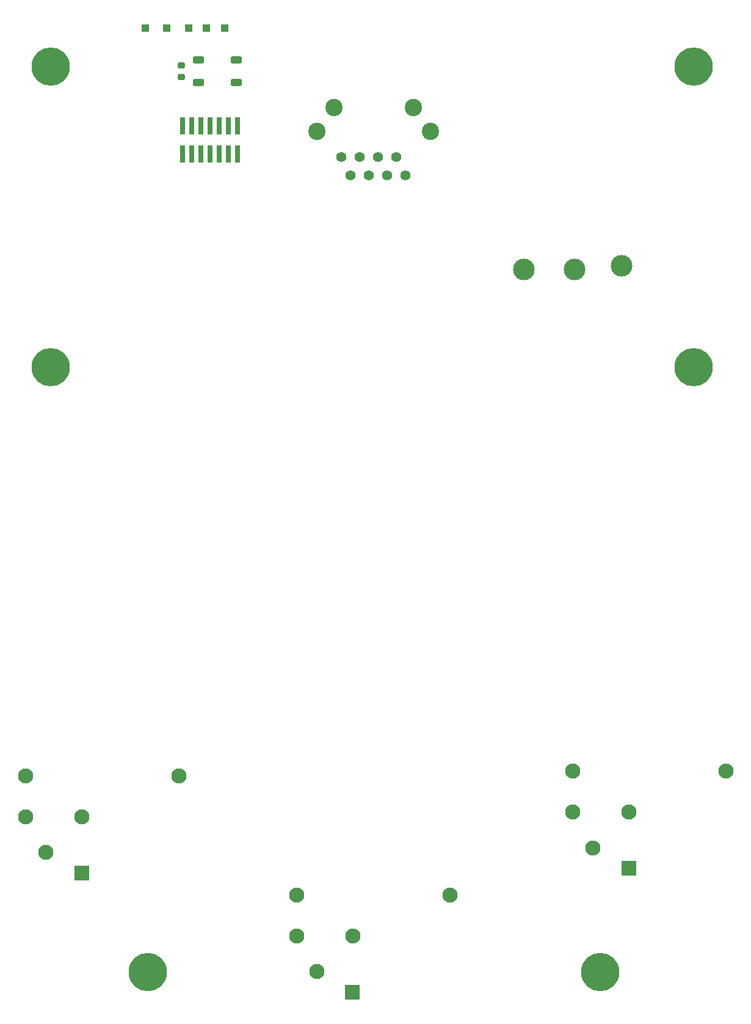
<source format=gbr>
%TF.GenerationSoftware,KiCad,Pcbnew,9.0.7*%
%TF.CreationDate,2026-02-10T03:54:41-08:00*%
%TF.ProjectId,steering_wheel,73746565-7269-46e6-975f-776865656c2e,rev?*%
%TF.SameCoordinates,Original*%
%TF.FileFunction,Soldermask,Bot*%
%TF.FilePolarity,Negative*%
%FSLAX46Y46*%
G04 Gerber Fmt 4.6, Leading zero omitted, Abs format (unit mm)*
G04 Created by KiCad (PCBNEW 9.0.7) date 2026-02-10 03:54:41*
%MOMM*%
%LPD*%
G01*
G04 APERTURE LIST*
G04 Aperture macros list*
%AMRoundRect*
0 Rectangle with rounded corners*
0 $1 Rounding radius*
0 $2 $3 $4 $5 $6 $7 $8 $9 X,Y pos of 4 corners*
0 Add a 4 corners polygon primitive as box body*
4,1,4,$2,$3,$4,$5,$6,$7,$8,$9,$2,$3,0*
0 Add four circle primitives for the rounded corners*
1,1,$1+$1,$2,$3*
1,1,$1+$1,$4,$5*
1,1,$1+$1,$6,$7*
1,1,$1+$1,$8,$9*
0 Add four rect primitives between the rounded corners*
20,1,$1+$1,$2,$3,$4,$5,0*
20,1,$1+$1,$4,$5,$6,$7,0*
20,1,$1+$1,$6,$7,$8,$9,0*
20,1,$1+$1,$8,$9,$2,$3,0*%
G04 Aperture macros list end*
%ADD10C,5.300000*%
%ADD11R,2.100000X2.100000*%
%ADD12C,2.100000*%
%ADD13C,3.000000*%
%ADD14R,1.000000X1.000000*%
%ADD15RoundRect,0.250000X0.525000X0.250000X-0.525000X0.250000X-0.525000X-0.250000X0.525000X-0.250000X0*%
%ADD16RoundRect,0.225000X-0.250000X0.225000X-0.250000X-0.225000X0.250000X-0.225000X0.250000X0.225000X0*%
%ADD17R,0.740000X2.400000*%
%ADD18C,1.400000*%
%ADD19C,2.400000*%
G04 APERTURE END LIST*
D10*
%TO.C,REF\u002A\u002A*%
X7874000Y-34036000D03*
%TD*%
D11*
%TO.C,S1*%
X88028000Y-103472000D03*
D12*
X83097000Y-100625000D03*
X80250000Y-95694000D03*
X80250000Y-90000000D03*
X88047000Y-95675000D03*
X101500000Y-90000000D03*
%TD*%
D10*
%TO.C,REF\u002A\u002A*%
X7874000Y7620000D03*
%TD*%
%TO.C,REF\u002A\u002A*%
X21336000Y-117856000D03*
%TD*%
D11*
%TO.C,S2*%
X49731000Y-120607000D03*
D12*
X44800000Y-117760000D03*
X41953000Y-112829000D03*
X41953000Y-107135000D03*
X49750000Y-112810000D03*
X63203000Y-107135000D03*
%TD*%
D10*
%TO.C,REF\u002A\u002A*%
X84074000Y-117856000D03*
%TD*%
D11*
%TO.C,S3*%
X12153000Y-104125000D03*
D12*
X7222000Y-101278000D03*
X4375000Y-96347000D03*
X4375000Y-90653000D03*
X12172000Y-96328000D03*
X25625000Y-90653000D03*
%TD*%
D10*
%TO.C,REF\u002A\u002A*%
X97028000Y-34036000D03*
%TD*%
D13*
%TO.C,J10*%
X73500000Y-20500000D03*
%TD*%
D10*
%TO.C,REF\u002A\u002A*%
X97028000Y7620000D03*
%TD*%
D13*
%TO.C,J11*%
X87000000Y-20000000D03*
%TD*%
%TO.C,J12*%
X80500000Y-20500000D03*
%TD*%
D14*
%TO.C,TP5*%
X29500000Y13000000D03*
%TD*%
%TO.C,TP1*%
X21000000Y13000000D03*
%TD*%
%TO.C,TP3*%
X27000000Y13000000D03*
%TD*%
D15*
%TO.C,SW1*%
X33625000Y8600000D03*
X28375000Y8600000D03*
X33625000Y5400000D03*
X28375000Y5400000D03*
%TD*%
D16*
%TO.C,C18*%
X26000000Y7775000D03*
X26000000Y6225000D03*
%TD*%
D14*
%TO.C,TP2*%
X24000000Y13000000D03*
%TD*%
D17*
%TO.C,J2*%
X26150000Y-600000D03*
X26150000Y-4500000D03*
X27420000Y-600000D03*
X27420000Y-4500000D03*
X28690000Y-600000D03*
X28690000Y-4500000D03*
X29960000Y-600000D03*
X29960000Y-4500000D03*
X31230000Y-600000D03*
X31230000Y-4500000D03*
X32500000Y-600000D03*
X32500000Y-4500000D03*
X33770000Y-600000D03*
X33770000Y-4500000D03*
%TD*%
D14*
%TO.C,TP4*%
X32000000Y13000000D03*
%TD*%
D18*
%TO.C,J1*%
X49450000Y-7470000D03*
X48180000Y-4920000D03*
X50720000Y-4920000D03*
X53260000Y-4920000D03*
X51990000Y-7470000D03*
X54530000Y-7470000D03*
X57070000Y-7470000D03*
X55800000Y-4920000D03*
D19*
X60500000Y-1320000D03*
X44750000Y-1320000D03*
X47125000Y2000000D03*
X58125000Y2000000D03*
%TD*%
M02*

</source>
